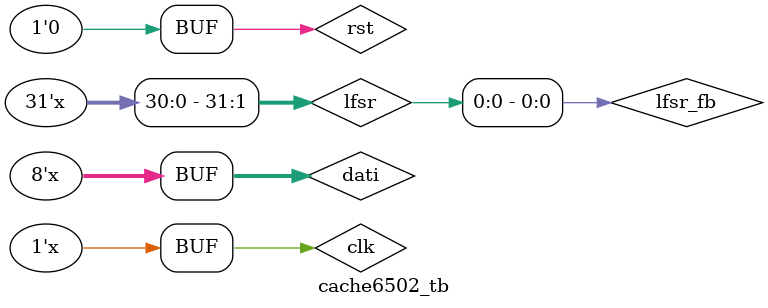
<source format=v>
module cache6502(rst, clk, rdy, we, adr, dati, dato, bte_o, cti_o, cyc_o, stb_o, ack_i, we_o, sel_o, adr_o, dat_i, dat_o, bl_o, cacheEn, uncachedPage);
parameter INIT = 2'd0;
parameter IDLE = 2'd1;
parameter WAIT_ACK = 2'd2;
parameter BURST_WAIT_ACK = 2'd3;

input rst;
input clk;
output reg rdy;			// ready signal to cpu
input we;				// cpu's write enable
input [15:0] adr;		// cpu's address
input [7:0] dati;		// data from cpu to the cache
output reg [7:0] dato;	// data to the cpu from the cache

// WISHBONE signals
output reg [1:0] bte_o;	// burst type extension (always 00)
output reg [2:0] cti_o;	// cycle type indicator (000= normal, 001 = constant address burst)
output reg cyc_o;		// cycle is active indicator
output reg stb_o;		// data strobe
input ack_i;			// memory / IO is ready
output reg we_o;		// write cycle is in progress
output reg [3:0] sel_o;	// byte lane selects
output reg [15:0] adr_o;	// address
input [31:0] dat_i;			// data input to the cache
output reg [31:0] dat_o;	// data output to memory
// Memory controller support
output reg [5:0] bl_o;		// burst length to memory

input cacheEn;			// Cache is enabled.
input [15:8] uncachedPage;	// This page is always uncached

reg [1:0] state;
reg rdy1;				// internal ready signal
wire hit;				// cache hit
wire [7:0] cdato;
reg [7:0] dat;			// hold register for data coming from memory

wire [15:8] AH = adr[15:8];	// high order address bus
wire cacheInit = state==INIT;

cachemem u1 (
	.wclk(clk),
	.wce(cyc_o & (we_o ? hit & ack_i : ack_i)),
	.wsel(we_o ? sel_o : 4'hF),
	.wadr(adr_o),
	.wdati(we_o ? dat_o : dat_i),
	.rclk(~clk),
	.radr(adr),
	.rdato(cdato)
);

tagmem u2 (
	.wclk(clk),
	.wce(cyc_o && (we_o ? 1'b0 : ack_i) && adr_o[3:2]==2'b11),
	.wadr(adr_o),
	.cacheInit(cacheInit),
	.radr(adr),
	.hit(hit)
);

// Data going back to the cpu
always @(adr or uncachedPage or cacheEn or dat or cdato or cacheInit)
if (AH==uncachedPage || !cacheEn || cacheInit)
	dato <= dat;
else
	dato <= cdato;

// ready signal
always @(adr or uncachedPage or cacheEn or rdy1 or hit or we or cacheInit)
if (AH==uncachedPage || !cacheEn || cacheInit)
	rdy <= rdy1;
else
	rdy <= we ? rdy1 : hit;


always @(posedge clk)
if (rst) begin
	bte_o <= 2'b00;		// linear burst
	cti_o <= 3'b000;	// classic bus cycle
	bl_o <= 6'd0;
	cyc_o <= 1'b0;
	stb_o <= 1'b0;
	we_o <= 1'b0;
	sel_o <= 4'h0;
	adr_o <= 16'h0000;
	dat_o <= 32'h00000000;
	rdy1 <= 1'b0;
	state <= INIT;
end
else begin
rdy1 <= 1'b0;
case(state)
INIT:
	begin
		$display("INIT: %h", adr_o);
		adr_o <= adr_o + 16'd1;
		if (adr_o[12:4]==9'h1FF)
			state <= IDLE;
	end
IDLE:
	begin
		if (AH==uncachedPage || !cacheEn || we) begin
			state <= WAIT_ACK;
			bte_o <= 2'b00;
			cti_o <= 3'b000;
			bl_o <= 6'd0;
			cyc_o <= 1'b1;
			stb_o <= 1'b1;
			case(adr[1:0])
			2'd0:	sel_o <= 4'b0001;
			2'd1:	sel_o <= 4'b0010;
			2'd2:	sel_o <= 4'b0100;
			2'd3:	sel_o <= 4'b1000;
			endcase
			we_o <= we;
			adr_o <= {adr[15:2],2'b00};
			dat_o <= {4{dati}};
		end
		else if (!hit) begin
			state <= BURST_WAIT_ACK;
			bte_o <= 2'b00;		// linear burst
			cti_o <= 3'b001;	// constant address burst
			bl_o <= 6'd3;		// 4 words to read (16 bytes)
			cyc_o <= 1'b1;
			stb_o <= 1'b1;
			we_o <= 1'b0;
			adr_o <= {adr[15:4],4'h0};
		end
	end
WAIT_ACK:
	if (ack_i) begin
		state <= IDLE;
		cyc_o <= 1'b0;
		stb_o <= 1'b0;
		we_o <= 1'b0;
		adr_o <= 16'd0;
		dat_o <= 8'h00;
		case(adr_o)
		2'd0:	dat <= dat_i[7:0];
		2'd1:	dat <= dat_i[15:8];
		2'd2:	dat <= dat_i[23:16];
		2'd3:	dat <= dat_i[31:24];
		endcase
		rdy1 <= 1'b1;
	end
BURST_WAIT_ACK:
	if (ack_i) begin
		adr_o[3:2] <= adr_o[3:2] + 2'd1;
		if (adr_o[3:2]==2'b11) begin
			state <= IDLE;
			cti_o <= 3'b000;
			bl_o <= 6'd0;
			cyc_o <= 1'b0;
			stb_o <= 1'b0;
			sel_o <= 4'h0;
			adr_o <= 16'h0000;
		end
	end

endcase
end

endmodule

module cachemem(wclk, wce, wsel, wadr, wdati, rclk, radr, rdato);
input wclk;
input wce;
input [3:0] wsel;
input [15:0] wadr;
input [31:0] wdati;
input rclk;
input [15:0] radr;
output reg [7:0] rdato;

reg [31:0] mem [0:2047];	// 8kB cache
reg [15:0] rradr;

always @(posedge wclk)
	if (wce) begin
		if (wsel[0]) mem[wadr[12:2]] <= wdati[7:0];
		if (wsel[1]) mem[wadr[12:2]] <= wdati[15:8];
		if (wsel[2]) mem[wadr[12:2]] <= wdati[23:16];
		if (wsel[3]) mem[wadr[12:2]] <= wdati[31:24];
	end

always @(posedge rclk)
	rradr <= radr;

always @(rradr)
case(rradr[1:0])
2'd0:	rdato <= mem[rradr[12:2]][7:0];
2'd1:	rdato <= mem[rradr[12:2]][15:8];
2'd2:	rdato <= mem[rradr[12:2]][23:16];
2'd3:	rdato <= mem[rradr[12:2]][31:24];
endcase

endmodule


module tagmem(wclk, wce, wadr, cacheInit, radr, hit);
input wclk;
input wce;
input [15:0] wadr;
input cacheInit;
input [15:0] radr;
output hit;

reg [15:12] mem [0:511];

always @(posedge wclk)
	if (wce|cacheInit)
		mem [wadr[12:4]] <= {wadr[15:13],!cacheInit};

assign hit = mem[radr[12:4]]=={radr[15:13],1'b1};

endmodule

module cache6502_tb();

reg rst;
reg clk;
wire [1:0] bte;
wire [2:0] cti;
wire [5:0] bl;
wire cyc;
wire stb;
wire weo;
wire [3:0] sel;
reg [15:0] adr;
wire [15:0] adro;
reg we;
wire ack;
wire [7:0] dati;
reg [7:0] dato;
wire [7:0] mem_dato;
reg [31:0] lfsr;
wire lfsr_fb; 
xnor(lfsr_fb,lfsr[0],lfsr[1],lfsr[21],lfsr[31]);

initial begin
	#0 lfsr = 32'd0;
	#0 clk = 1'b0;
	#0 rst = 1'b0;
	#0 adr <= 16'hFFFA;
	#0 we <= 1'b0;
	#0 dato <= 8'h00;
	#50 rst = 1'b1;
	#50 rst = 1'b0;

end

always #5 clk = ~clk;
always #10 lfsr =  {lfsr[30:0],lfsr_fb};
always @(posedge clk)
	if (rdy) begin
		adr <= lfsr[15:0];
		we <= lfsr[16];
		dato <= lfsr[31:14];
	end

assign dati = lfsr[31:24];
assign ack = cyc&lfsr[23];

cache6502 u1 (
	.rst(rst),
	.clk(clk),
	.rdy(rdy),
	.we(we),
	.adr(adr),
	.dati(dati),
	.dato(dato),

	.bte_o(bte),
	.cti_o(cti),
	.cyc_o(cyc),
	.stb_o(stb),
	.ack_i(ack),
	.we_o(weo),
	.sel_o(sel),
	.adr_o(adro),
	.dat_i(lfsr[23:16]),
	.dat_o(mem_dato),
	.bl_o(bl),
	.cacheEn(1'b1),
	.uncachedPage(8'h00)
);

endmodule


</source>
